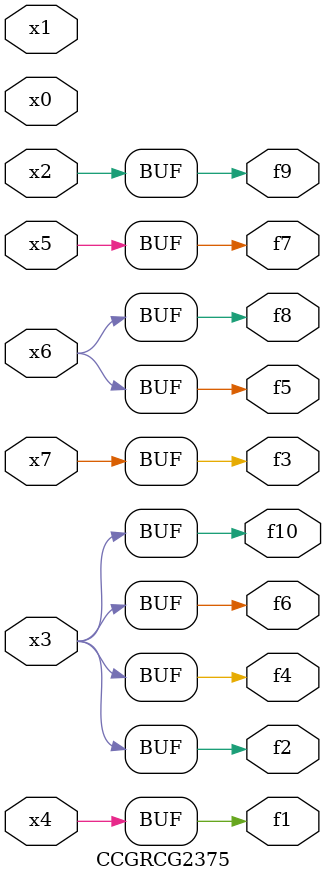
<source format=v>
module CCGRCG2375(
	input x0, x1, x2, x3, x4, x5, x6, x7,
	output f1, f2, f3, f4, f5, f6, f7, f8, f9, f10
);
	assign f1 = x4;
	assign f2 = x3;
	assign f3 = x7;
	assign f4 = x3;
	assign f5 = x6;
	assign f6 = x3;
	assign f7 = x5;
	assign f8 = x6;
	assign f9 = x2;
	assign f10 = x3;
endmodule

</source>
